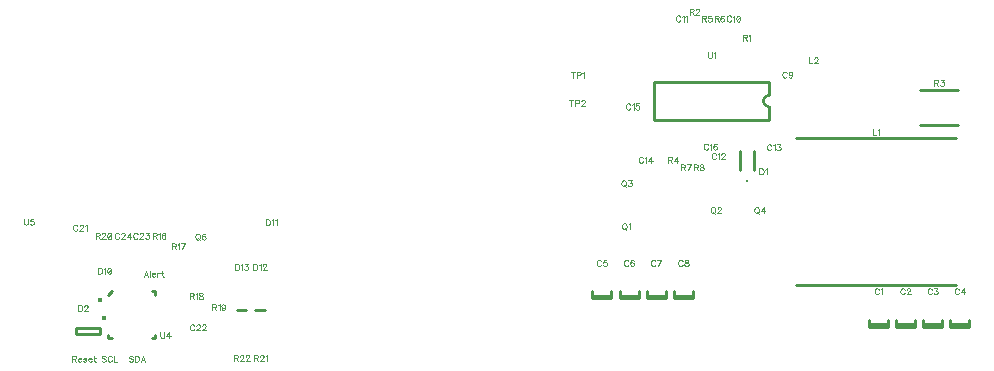
<source format=gbr>
G04 DipTrace 3.3.0.1*
G04 TopSilk.gbr*
%MOIN*%
G04 #@! TF.FileFunction,Legend,Top*
G04 #@! TF.Part,Single*
%ADD10C,0.009843*%
%ADD28C,0.009449*%
%ADD30C,0.015415*%
%ADD48O,0.016249X0.015383*%
%ADD122C,0.003088*%
%FSLAX26Y26*%
G04*
G70*
G90*
G75*
G01*
G04 TopSilk*
%LPD*%
X3474772Y860186D2*
D10*
X3411843D1*
X3474772Y852738D2*
X3411843D1*
X3474772D2*
Y876297D1*
X3411843Y852738D2*
Y876297D1*
X3565323Y860186D2*
X3502394D1*
X3565323Y852738D2*
X3502394D1*
X3565323D2*
Y876297D1*
X3502394Y852738D2*
Y876297D1*
X3655877Y860186D2*
X3592948D1*
X3655877Y852738D2*
X3592948D1*
X3655877D2*
Y876297D1*
X3592948Y852738D2*
Y876297D1*
X3746425Y860186D2*
X3683496D1*
X3746425Y852738D2*
X3683496D1*
X3746425D2*
Y876297D1*
X3683496Y852738D2*
Y876297D1*
X2553513Y954675D2*
X2490584D1*
X2553513Y947226D2*
X2490584D1*
X2553513D2*
Y970785D1*
X2490584Y947226D2*
Y970785D1*
X2644062Y954675D2*
X2581133D1*
X2644062Y947226D2*
X2581133D1*
X2644062D2*
Y970785D1*
X2581133Y947226D2*
Y970785D1*
X2734614Y954675D2*
X2671685D1*
X2734614Y947226D2*
X2671685D1*
X2734614D2*
Y970785D1*
X2671685Y947226D2*
Y970785D1*
X2825165Y954675D2*
X2762236D1*
X2825165Y947226D2*
X2762236D1*
X2825165D2*
Y970785D1*
X2762236Y947226D2*
Y970785D1*
X2982678Y1376323D2*
Y1439314D1*
X3029921Y1376323D2*
Y1439314D1*
D28*
X3006299Y1339315D3*
D30*
X861945Y883165D3*
X848821Y848764D2*
D10*
X770074D1*
Y829089D1*
X848821D1*
Y848764D1*
X1398031Y909793D2*
X1366535D1*
X1337008D2*
X1305512D1*
X3701208Y990501D2*
X3169658D1*
X3701208Y1482627D2*
X3169658D1*
X3583134Y1642108D2*
X3708992D1*
X3583134Y1523934D2*
X3708992D1*
X3080098Y1667808D2*
X2694311D1*
X3080098Y1541541D2*
X2694311D1*
Y1667808D2*
Y1541541D1*
X3080098Y1667808D2*
Y1624415D1*
Y1584934D2*
Y1541541D1*
Y1624415D2*
G03X3080098Y1584934I66J-19741D01*
G01*
X876270Y959081D2*
X888200Y970791D1*
X876270Y813361D2*
X888200D1*
X876270D2*
Y825071D1*
X1033899Y813361D2*
Y825071D1*
Y813361D2*
X1021968D1*
X1033899Y970791D2*
Y959081D1*
Y970791D2*
X1021968D1*
D48*
X849004Y941134D3*
X3444995Y975645D2*
D122*
X3444044Y977546D1*
X3442121Y979470D1*
X3440219Y980420D1*
X3436395D1*
X3434471Y979470D1*
X3432570Y977546D1*
X3431597Y975645D1*
X3430647Y972771D1*
Y967974D1*
X3431597Y965122D1*
X3432570Y963198D1*
X3434471Y961297D1*
X3436395Y960324D1*
X3440219D1*
X3442121Y961297D1*
X3444044Y963198D1*
X3444995Y965122D1*
X3451170Y976574D2*
X3453094Y977546D1*
X3455968Y980398D1*
Y960324D1*
X3531246Y975645D2*
X3530295Y977546D1*
X3528372Y979470D1*
X3526470Y980420D1*
X3522646D1*
X3520722Y979470D1*
X3518821Y977546D1*
X3517848Y975645D1*
X3516898Y972771D1*
Y967974D1*
X3517848Y965122D1*
X3518821Y963198D1*
X3520722Y961297D1*
X3522646Y960324D1*
X3526470D1*
X3528372Y961297D1*
X3530295Y963198D1*
X3531246Y965122D1*
X3538394Y975623D2*
Y976574D1*
X3539345Y978497D1*
X3540295Y979448D1*
X3542219Y980398D1*
X3546043D1*
X3547945Y979448D1*
X3548895Y978497D1*
X3549868Y976574D1*
Y974672D1*
X3548895Y972749D1*
X3546994Y969897D1*
X3537421Y960324D1*
X3550819D1*
X3621800Y975645D2*
X3620849Y977546D1*
X3618926Y979470D1*
X3617024Y980420D1*
X3613200D1*
X3611276Y979470D1*
X3609375Y977546D1*
X3608402Y975645D1*
X3607452Y972771D1*
Y967974D1*
X3608402Y965122D1*
X3609375Y963198D1*
X3611276Y961297D1*
X3613200Y960324D1*
X3617024D1*
X3618926Y961297D1*
X3620849Y963198D1*
X3621800Y965122D1*
X3629899Y980398D2*
X3640400D1*
X3634674Y972749D1*
X3637548D1*
X3639449Y971798D1*
X3640400Y970848D1*
X3641373Y967974D1*
Y966072D1*
X3640400Y963198D1*
X3638499Y961275D1*
X3635625Y960324D1*
X3632751D1*
X3629899Y961275D1*
X3628948Y962248D1*
X3627975Y964149D1*
X3711873Y975645D2*
X3710922Y977546D1*
X3708999Y979470D1*
X3707097Y980420D1*
X3703273D1*
X3701349Y979470D1*
X3699448Y977546D1*
X3698475Y975645D1*
X3697525Y972771D1*
Y967974D1*
X3698475Y965122D1*
X3699448Y963198D1*
X3701349Y961297D1*
X3703273Y960324D1*
X3707097D1*
X3708999Y961297D1*
X3710922Y963198D1*
X3711873Y965122D1*
X3727621Y960324D2*
Y980398D1*
X3718048Y967023D1*
X3732396D1*
X2519436Y1070133D2*
X2518485Y1072035D1*
X2516562Y1073958D1*
X2514661Y1074909D1*
X2510836D1*
X2508913Y1073958D1*
X2507011Y1072035D1*
X2506039Y1070133D1*
X2505088Y1067259D1*
Y1062462D1*
X2506039Y1059610D1*
X2507011Y1057687D1*
X2508913Y1055785D1*
X2510836Y1054813D1*
X2514661D1*
X2516562Y1055785D1*
X2518485Y1057687D1*
X2519436Y1059610D1*
X2537086Y1074887D2*
X2527535D1*
X2526584Y1066287D1*
X2527535Y1067237D1*
X2530409Y1068210D1*
X2533261D1*
X2536135Y1067237D1*
X2538058Y1065336D1*
X2539009Y1062462D1*
Y1060561D1*
X2538058Y1057687D1*
X2536135Y1055763D1*
X2533261Y1054813D1*
X2530409D1*
X2527535Y1055763D1*
X2526584Y1056736D1*
X2525612Y1058637D1*
X2610471Y1070133D2*
X2609520Y1072035D1*
X2607597Y1073958D1*
X2605696Y1074909D1*
X2601871D1*
X2599948Y1073958D1*
X2598046Y1072035D1*
X2597074Y1070133D1*
X2596123Y1067259D1*
Y1062462D1*
X2597074Y1059610D1*
X2598046Y1057687D1*
X2599948Y1055785D1*
X2601871Y1054813D1*
X2605696D1*
X2607597Y1055785D1*
X2609520Y1057687D1*
X2610471Y1059610D1*
X2628121Y1072035D2*
X2627170Y1073936D1*
X2624296Y1074887D1*
X2622395D1*
X2619521Y1073936D1*
X2617597Y1071062D1*
X2616647Y1066287D1*
Y1061511D1*
X2617597Y1057687D1*
X2619521Y1055763D1*
X2622395Y1054813D1*
X2623345D1*
X2626197Y1055763D1*
X2628121Y1057687D1*
X2629071Y1060561D1*
Y1061511D1*
X2628121Y1064385D1*
X2626197Y1066287D1*
X2623345Y1067237D1*
X2622395D1*
X2619521Y1066287D1*
X2617597Y1064385D1*
X2616647Y1061511D1*
X2700537Y1070133D2*
X2699586Y1072035D1*
X2697663Y1073958D1*
X2695762Y1074909D1*
X2691937D1*
X2690014Y1073958D1*
X2688112Y1072035D1*
X2687140Y1070133D1*
X2686189Y1067259D1*
Y1062462D1*
X2687140Y1059610D1*
X2688112Y1057687D1*
X2690014Y1055785D1*
X2691937Y1054813D1*
X2695762D1*
X2697663Y1055785D1*
X2699586Y1057687D1*
X2700537Y1059610D1*
X2710537Y1054813D2*
X2720110Y1074887D1*
X2706713D1*
X2791099Y1070133D2*
X2790149Y1072035D1*
X2788225Y1073958D1*
X2786324Y1074909D1*
X2782499D1*
X2780576Y1073958D1*
X2778675Y1072035D1*
X2777702Y1070133D1*
X2776751Y1067259D1*
Y1062462D1*
X2777702Y1059610D1*
X2778675Y1057687D1*
X2780576Y1055785D1*
X2782499Y1054813D1*
X2786324D1*
X2788225Y1055785D1*
X2790149Y1057687D1*
X2791099Y1059610D1*
X2802050Y1074887D2*
X2799198Y1073936D1*
X2798226Y1072035D1*
Y1070111D1*
X2799198Y1068210D1*
X2801100Y1067237D1*
X2804924Y1066287D1*
X2807798Y1065336D1*
X2809700Y1063413D1*
X2810650Y1061511D1*
Y1058637D1*
X2809700Y1056736D1*
X2808749Y1055763D1*
X2805875Y1054813D1*
X2802050D1*
X2799198Y1055763D1*
X2798226Y1056736D1*
X2797275Y1058637D1*
Y1061511D1*
X2798226Y1063413D1*
X2800149Y1065336D1*
X2803001Y1066287D1*
X2806826Y1067237D1*
X2808749Y1068210D1*
X2809700Y1070111D1*
Y1072035D1*
X2808749Y1073936D1*
X2805875Y1074887D1*
X2802050D1*
X3138020Y1698086D2*
X3137070Y1699987D1*
X3135146Y1701911D1*
X3133245Y1702861D1*
X3129420D1*
X3127497Y1701911D1*
X3125596Y1699987D1*
X3124623Y1698086D1*
X3123672Y1695212D1*
Y1690415D1*
X3124623Y1687563D1*
X3125596Y1685639D1*
X3127497Y1683738D1*
X3129420Y1682765D1*
X3133245D1*
X3135146Y1683738D1*
X3137070Y1685639D1*
X3138020Y1687563D1*
X3156643Y1696163D2*
X3155670Y1693289D1*
X3153769Y1691365D1*
X3150895Y1690415D1*
X3149944D1*
X3147070Y1691365D1*
X3145169Y1693289D1*
X3144196Y1696163D1*
Y1697113D1*
X3145169Y1699987D1*
X3147070Y1701889D1*
X3149944Y1702839D1*
X3150895D1*
X3153769Y1701889D1*
X3155670Y1699987D1*
X3156643Y1696163D1*
Y1691365D1*
X3155670Y1686590D1*
X3153769Y1683716D1*
X3150895Y1682765D1*
X3148993D1*
X3146119Y1683716D1*
X3145169Y1685639D1*
X2952925Y1885094D2*
X2951974Y1886995D1*
X2950051Y1888919D1*
X2948149Y1889869D1*
X2944325D1*
X2942401Y1888919D1*
X2940500Y1886995D1*
X2939527Y1885094D1*
X2938577Y1882220D1*
Y1877423D1*
X2939527Y1874571D1*
X2940500Y1872647D1*
X2942401Y1870746D1*
X2944325Y1869773D1*
X2948149D1*
X2950051Y1870746D1*
X2951974Y1872647D1*
X2952925Y1874571D1*
X2959100Y1886023D2*
X2961024Y1886995D1*
X2963898Y1889847D1*
Y1869773D1*
X2975821Y1889847D2*
X2972947Y1888897D1*
X2971024Y1886023D1*
X2970073Y1881247D1*
Y1878373D1*
X2971024Y1873598D1*
X2972947Y1870724D1*
X2975821Y1869773D1*
X2977723D1*
X2980597Y1870724D1*
X2982498Y1873598D1*
X2983471Y1878373D1*
Y1881247D1*
X2982498Y1886023D1*
X2980597Y1888897D1*
X2977723Y1889847D1*
X2975821D1*
X2982498Y1886023D2*
X2971024Y1873598D1*
X2783209Y1885094D2*
X2782258Y1886995D1*
X2780335Y1888919D1*
X2778433Y1889869D1*
X2774609D1*
X2772685Y1888919D1*
X2770784Y1886995D1*
X2769811Y1885094D1*
X2768861Y1882220D1*
Y1877423D1*
X2769811Y1874571D1*
X2770784Y1872647D1*
X2772685Y1870746D1*
X2774609Y1869773D1*
X2778433D1*
X2780335Y1870746D1*
X2782258Y1872647D1*
X2783209Y1874571D1*
X2789384Y1886023D2*
X2791308Y1886995D1*
X2794182Y1889847D1*
Y1869773D1*
X2800358Y1886023D2*
X2802281Y1886995D1*
X2805155Y1889847D1*
Y1869773D1*
X2902137Y1426433D2*
X2901187Y1428334D1*
X2899263Y1430257D1*
X2897362Y1431208D1*
X2893537D1*
X2891614Y1430257D1*
X2889713Y1428334D1*
X2888740Y1426433D1*
X2887789Y1423559D1*
Y1418761D1*
X2888740Y1415909D1*
X2889713Y1413986D1*
X2891614Y1412085D1*
X2893537Y1411112D1*
X2897362D1*
X2899263Y1412085D1*
X2901187Y1413986D1*
X2902137Y1415909D1*
X2908313Y1427361D2*
X2910236Y1428334D1*
X2913110Y1431186D1*
Y1411112D1*
X2920259Y1426410D2*
Y1427361D1*
X2921209Y1429284D1*
X2922160Y1430235D1*
X2924083Y1431186D1*
X2927908D1*
X2929809Y1430235D1*
X2930760Y1429284D1*
X2931733Y1427361D1*
Y1425460D1*
X2930760Y1423536D1*
X2928859Y1420685D1*
X2919286Y1411112D1*
X2932683D1*
X3086783Y1455960D2*
X3085832Y1457861D1*
X3083909Y1459785D1*
X3082008Y1460735D1*
X3078183D1*
X3076259Y1459785D1*
X3074358Y1457861D1*
X3073385Y1455960D1*
X3072435Y1453086D1*
Y1448289D1*
X3073385Y1445437D1*
X3074358Y1443513D1*
X3076259Y1441612D1*
X3078183Y1440639D1*
X3082008D1*
X3083909Y1441612D1*
X3085832Y1443513D1*
X3086783Y1445437D1*
X3092959Y1456889D2*
X3094882Y1457861D1*
X3097756Y1460713D1*
Y1440639D1*
X3105855Y1460713D2*
X3116356D1*
X3110630Y1453064D1*
X3113504D1*
X3115406Y1452113D1*
X3116356Y1451163D1*
X3117329Y1448289D1*
Y1446387D1*
X3116356Y1443513D1*
X3114455Y1441590D1*
X3111581Y1440639D1*
X3108707D1*
X3105855Y1441590D1*
X3104904Y1442563D1*
X3103932Y1444464D1*
X2659142Y1414622D2*
X2658192Y1416523D1*
X2656268Y1418446D1*
X2654367Y1419397D1*
X2650542D1*
X2648619Y1418446D1*
X2646718Y1416523D1*
X2645745Y1414622D1*
X2644794Y1411748D1*
Y1406950D1*
X2645745Y1404098D1*
X2646718Y1402175D1*
X2648619Y1400274D1*
X2650542Y1399301D1*
X2654367D1*
X2656268Y1400274D1*
X2658192Y1402175D1*
X2659142Y1404098D1*
X2665318Y1415550D2*
X2667241Y1416523D1*
X2670115Y1419375D1*
Y1399301D1*
X2685864D2*
Y1419375D1*
X2676291Y1406000D1*
X2690639D1*
X2616704Y1591787D2*
X2615753Y1593688D1*
X2613830Y1595612D1*
X2611929Y1596562D1*
X2608104D1*
X2606181Y1595612D1*
X2604279Y1593688D1*
X2603307Y1591787D1*
X2602356Y1588913D1*
Y1584115D1*
X2603307Y1581264D1*
X2604279Y1579340D1*
X2606181Y1577439D1*
X2608104Y1576466D1*
X2611929D1*
X2613830Y1577439D1*
X2615753Y1579340D1*
X2616704Y1581264D1*
X2622880Y1592715D2*
X2624803Y1593688D1*
X2627677Y1596540D1*
Y1576466D1*
X2645327Y1596540D2*
X2635776D1*
X2634826Y1587940D1*
X2635776Y1588891D1*
X2638650Y1589864D1*
X2641502D1*
X2644376Y1588891D1*
X2646300Y1586990D1*
X2647250Y1584115D1*
Y1582214D1*
X2646300Y1579340D1*
X2644376Y1577417D1*
X2641502Y1576466D1*
X2638650D1*
X2635776Y1577417D1*
X2634826Y1578390D1*
X2633853Y1580291D1*
X2876246Y1458125D2*
X2875295Y1460027D1*
X2873372Y1461950D1*
X2871470Y1462901D1*
X2867646D1*
X2865722Y1461950D1*
X2863821Y1460027D1*
X2862848Y1458125D1*
X2861898Y1455251D1*
Y1450454D1*
X2862848Y1447602D1*
X2863821Y1445679D1*
X2865722Y1443778D1*
X2867646Y1442805D1*
X2871470D1*
X2873372Y1443778D1*
X2875295Y1445679D1*
X2876246Y1447602D1*
X2882421Y1459054D2*
X2884345Y1460027D1*
X2887219Y1462879D1*
Y1442805D1*
X2904868Y1460027D2*
X2903918Y1461928D1*
X2901044Y1462879D1*
X2899142D1*
X2896268Y1461928D1*
X2894345Y1459054D1*
X2893394Y1454279D1*
Y1449503D1*
X2894345Y1445679D1*
X2896268Y1443755D1*
X2899142Y1442805D1*
X2900093D1*
X2902945Y1443755D1*
X2904868Y1445679D1*
X2905819Y1448553D1*
Y1449503D1*
X2904868Y1452377D1*
X2902945Y1454279D1*
X2900093Y1455229D1*
X2899142D1*
X2896268Y1454279D1*
X2894345Y1452377D1*
X2893394Y1449503D1*
X773791Y1188244D2*
X772840Y1190145D1*
X770917Y1192068D1*
X769015Y1193019D1*
X765191D1*
X763267Y1192068D1*
X761366Y1190145D1*
X760393Y1188244D1*
X759443Y1185370D1*
Y1180572D1*
X760393Y1177720D1*
X761366Y1175797D1*
X763267Y1173896D1*
X765191Y1172923D1*
X769015D1*
X770917Y1173896D1*
X772840Y1175797D1*
X773791Y1177720D1*
X780939Y1188221D2*
Y1189172D1*
X781890Y1191096D1*
X782840Y1192046D1*
X784764Y1192997D1*
X788588D1*
X790490Y1192046D1*
X791440Y1191096D1*
X792413Y1189172D1*
Y1187271D1*
X791440Y1185347D1*
X789539Y1182496D1*
X779966Y1172923D1*
X793364D1*
X799539Y1189172D2*
X801463Y1190145D1*
X804337Y1192997D1*
Y1172923D1*
X1163192Y855566D2*
X1162241Y857468D1*
X1160317Y859391D1*
X1158416Y860342D1*
X1154592D1*
X1152668Y859391D1*
X1150767Y857468D1*
X1149794Y855566D1*
X1148844Y852692D1*
Y847895D1*
X1149794Y845043D1*
X1150767Y843120D1*
X1152668Y841218D1*
X1154592Y840246D1*
X1158416D1*
X1160317Y841218D1*
X1162241Y843120D1*
X1163192Y845043D1*
X1170340Y855544D2*
Y856495D1*
X1171291Y858418D1*
X1172241Y859369D1*
X1174165Y860320D1*
X1177989D1*
X1179891Y859369D1*
X1180841Y858418D1*
X1181814Y856495D1*
Y854594D1*
X1180841Y852670D1*
X1178940Y849818D1*
X1169367Y840246D1*
X1182765D1*
X1189913Y855544D2*
Y856495D1*
X1190864Y858418D1*
X1191814Y859369D1*
X1193738Y860320D1*
X1197562D1*
X1199464Y859369D1*
X1200414Y858418D1*
X1201387Y856495D1*
Y854594D1*
X1200414Y852670D1*
X1198513Y849818D1*
X1188940Y840246D1*
X1202338D1*
X974215Y1160685D2*
X973264Y1162586D1*
X971341Y1164509D1*
X969440Y1165460D1*
X965615D1*
X963692Y1164509D1*
X961791Y1162586D1*
X960818Y1160685D1*
X959867Y1157811D1*
Y1153013D1*
X960818Y1150161D1*
X961791Y1148238D1*
X963692Y1146337D1*
X965615Y1145364D1*
X969440D1*
X971341Y1146337D1*
X973264Y1148238D1*
X974215Y1150161D1*
X981364Y1160662D2*
Y1161613D1*
X982314Y1163536D1*
X983265Y1164487D1*
X985188Y1165438D1*
X989013D1*
X990914Y1164487D1*
X991865Y1163536D1*
X992838Y1161613D1*
Y1159712D1*
X991865Y1157788D1*
X989964Y1154937D1*
X980391Y1145364D1*
X993788D1*
X1001887Y1165438D2*
X1012388D1*
X1006663Y1157788D1*
X1009537D1*
X1011438Y1156838D1*
X1012388Y1155887D1*
X1013361Y1153013D1*
Y1151112D1*
X1012388Y1148238D1*
X1010487Y1146314D1*
X1007613Y1145364D1*
X1004739D1*
X1001887Y1146314D1*
X1000937Y1147287D1*
X999964Y1149188D1*
X912716Y1160685D2*
X911766Y1162586D1*
X909842Y1164509D1*
X907941Y1165460D1*
X904116D1*
X902193Y1164509D1*
X900292Y1162586D1*
X899319Y1160685D1*
X898368Y1157811D1*
Y1153013D1*
X899319Y1150161D1*
X900292Y1148238D1*
X902193Y1146337D1*
X904116Y1145364D1*
X907941D1*
X909842Y1146337D1*
X911766Y1148238D1*
X912716Y1150161D1*
X919865Y1160662D2*
Y1161613D1*
X920815Y1163536D1*
X921766Y1164487D1*
X923689Y1165438D1*
X927514D1*
X929415Y1164487D1*
X930366Y1163536D1*
X931339Y1161613D1*
Y1159712D1*
X930366Y1157788D1*
X928465Y1154937D1*
X918892Y1145364D1*
X932289D1*
X948038D2*
Y1165438D1*
X938465Y1152062D1*
X952813D1*
X3047264Y1380027D2*
Y1359931D1*
X3053962D1*
X3056836Y1360904D1*
X3058760Y1362805D1*
X3059710Y1364728D1*
X3060661Y1367580D1*
Y1372377D1*
X3059710Y1375251D1*
X3058760Y1377153D1*
X3056836Y1379076D1*
X3053962Y1380027D1*
X3047264D1*
X3066837Y1376180D2*
X3068760Y1377153D1*
X3071634Y1380005D1*
Y1359931D1*
X775819Y924318D2*
Y904222D1*
X782518D1*
X785392Y905195D1*
X787315Y907096D1*
X788266Y909019D1*
X789217Y911871D1*
Y916669D1*
X788266Y919543D1*
X787315Y921444D1*
X785392Y923367D1*
X782518Y924318D1*
X775819D1*
X796365Y919521D2*
Y920471D1*
X797316Y922395D1*
X798266Y923345D1*
X800190Y924296D1*
X804014D1*
X805916Y923345D1*
X806866Y922395D1*
X807839Y920471D1*
Y918570D1*
X806866Y916647D1*
X804965Y913795D1*
X795392Y904222D1*
X808790D1*
X842595Y1049318D2*
Y1029222D1*
X849294D1*
X852168Y1030195D1*
X854091Y1032096D1*
X855042Y1034019D1*
X855993Y1036871D1*
Y1041669D1*
X855042Y1044543D1*
X854091Y1046444D1*
X852168Y1048367D1*
X849294Y1049318D1*
X842595D1*
X862168Y1045471D2*
X864092Y1046444D1*
X866966Y1049296D1*
Y1029222D1*
X878889Y1049296D2*
X876015Y1048345D1*
X874092Y1045471D1*
X873141Y1040696D1*
Y1037822D1*
X874092Y1033047D1*
X876015Y1030173D1*
X878889Y1029222D1*
X880791D1*
X883665Y1030173D1*
X885566Y1033047D1*
X886539Y1037822D1*
Y1040696D1*
X885566Y1045471D1*
X883665Y1048345D1*
X880791Y1049296D1*
X878889D1*
X885566Y1045471D2*
X874092Y1033047D1*
X1402013Y1210735D2*
Y1190639D1*
X1408712D1*
X1411586Y1191612D1*
X1413509Y1193513D1*
X1414460Y1195437D1*
X1415411Y1198289D1*
Y1203086D1*
X1414460Y1205960D1*
X1413509Y1207861D1*
X1411586Y1209785D1*
X1408712Y1210735D1*
X1402013D1*
X1421586Y1206889D2*
X1423510Y1207861D1*
X1426384Y1210713D1*
Y1190639D1*
X1432559Y1206889D2*
X1434483Y1207861D1*
X1437357Y1210713D1*
Y1190639D1*
X1360312Y1061129D2*
Y1041033D1*
X1367010D1*
X1369884Y1042006D1*
X1371808Y1043907D1*
X1372758Y1045831D1*
X1373709Y1048682D1*
Y1053480D1*
X1372758Y1056354D1*
X1371808Y1058255D1*
X1369884Y1060178D1*
X1367010Y1061129D1*
X1360312D1*
X1379885Y1057282D2*
X1381808Y1058255D1*
X1384682Y1061107D1*
Y1041033D1*
X1391831Y1056332D2*
Y1057282D1*
X1392781Y1059206D1*
X1393732Y1060156D1*
X1395655Y1061107D1*
X1399480D1*
X1401381Y1060156D1*
X1402332Y1059206D1*
X1403305Y1057282D1*
Y1055381D1*
X1402332Y1053458D1*
X1400431Y1050606D1*
X1390858Y1041033D1*
X1404255D1*
X1299288Y1061129D2*
Y1041033D1*
X1305987D1*
X1308861Y1042006D1*
X1310784Y1043907D1*
X1311735Y1045831D1*
X1312685Y1048682D1*
Y1053480D1*
X1311735Y1056354D1*
X1310784Y1058255D1*
X1308861Y1060178D1*
X1305987Y1061129D1*
X1299288D1*
X1318861Y1057282D2*
X1320785Y1058255D1*
X1323659Y1061107D1*
Y1041033D1*
X1331758Y1061107D2*
X1342259D1*
X1336533Y1053458D1*
X1339407D1*
X1341308Y1052507D1*
X1342259Y1051556D1*
X1343232Y1048682D1*
Y1046781D1*
X1342259Y1043907D1*
X1340358Y1041984D1*
X1337484Y1041033D1*
X1334610D1*
X1331758Y1041984D1*
X1330807Y1042957D1*
X1329834Y1044858D1*
X3424210Y1511917D2*
Y1491821D1*
X3435684D1*
X3441859Y1508070D2*
X3443783Y1509043D1*
X3446657Y1511894D1*
Y1491821D1*
X3211248Y1750106D2*
Y1730010D1*
X3222722D1*
X3229871Y1745308D2*
Y1746259D1*
X3230821Y1748182D1*
X3231772Y1749133D1*
X3233695Y1750083D1*
X3237520D1*
X3239421Y1749133D1*
X3240372Y1748182D1*
X3241345Y1746259D1*
Y1744357D1*
X3240372Y1742434D1*
X3238470Y1739582D1*
X3228898Y1730010D1*
X3242295D1*
X2595062Y1197074D2*
X2593160Y1196145D1*
X2591237Y1194222D1*
X2590286Y1192299D1*
X2589314Y1189425D1*
Y1184649D1*
X2590286Y1181775D1*
X2591237Y1179874D1*
X2593160Y1177951D1*
X2595062Y1177000D1*
X2598886D1*
X2600810Y1177951D1*
X2602711Y1179874D1*
X2603662Y1181775D1*
X2604634Y1184649D1*
Y1189425D1*
X2603662Y1192299D1*
X2602711Y1194222D1*
X2600810Y1196145D1*
X2598886Y1197074D1*
X2595062D1*
X2597936Y1180825D2*
X2603662Y1175077D1*
X2610810Y1193227D2*
X2612734Y1194200D1*
X2615608Y1197052D1*
Y1176978D1*
X2890674Y1251287D2*
X2888773Y1250358D1*
X2886849Y1248435D1*
X2885899Y1246511D1*
X2884926Y1243637D1*
Y1238862D1*
X2885899Y1235988D1*
X2886849Y1234087D1*
X2888773Y1232163D1*
X2890674Y1231213D1*
X2894499D1*
X2896422Y1232163D1*
X2898323Y1234087D1*
X2899274Y1235988D1*
X2900247Y1238862D1*
Y1243637D1*
X2899274Y1246511D1*
X2898323Y1248435D1*
X2896422Y1250358D1*
X2894499Y1251287D1*
X2890674D1*
X2893548Y1235037D2*
X2899274Y1229289D1*
X2907395Y1246489D2*
Y1247440D1*
X2908346Y1249363D1*
X2909296Y1250314D1*
X2911220Y1251264D1*
X2915044D1*
X2916946Y1250314D1*
X2917896Y1249363D1*
X2918869Y1247440D1*
Y1245539D1*
X2917896Y1243615D1*
X2915995Y1240763D1*
X2906422Y1231191D1*
X2919820D1*
X2592730Y1340775D2*
X2590829Y1339846D1*
X2588906Y1337923D1*
X2587955Y1336000D1*
X2586982Y1333125D1*
Y1328350D1*
X2587955Y1325476D1*
X2588906Y1323575D1*
X2590829Y1321652D1*
X2592730Y1320701D1*
X2596555D1*
X2598478Y1321652D1*
X2600380Y1323575D1*
X2601330Y1325476D1*
X2602303Y1328350D1*
Y1333125D1*
X2601330Y1336000D1*
X2600380Y1337923D1*
X2598478Y1339846D1*
X2596555Y1340775D1*
X2592730D1*
X2595604Y1324526D2*
X2601330Y1318778D1*
X2610402Y1340753D2*
X2620903D1*
X2615177Y1333103D1*
X2618051D1*
X2619953Y1332153D1*
X2620903Y1331202D1*
X2621876Y1328328D1*
Y1326427D1*
X2620903Y1323553D1*
X2619002Y1321629D1*
X2616128Y1320679D1*
X2613254D1*
X2610402Y1321629D1*
X2609451Y1322602D1*
X2608479Y1324503D1*
X3035868Y1251287D2*
X3033967Y1250358D1*
X3032043Y1248435D1*
X3031093Y1246511D1*
X3030120Y1243637D1*
Y1238862D1*
X3031093Y1235988D1*
X3032043Y1234087D1*
X3033967Y1232163D1*
X3035868Y1231213D1*
X3039692D1*
X3041616Y1232163D1*
X3043517Y1234087D1*
X3044468Y1235988D1*
X3045441Y1238862D1*
Y1243637D1*
X3044468Y1246511D1*
X3043517Y1248435D1*
X3041616Y1250358D1*
X3039692Y1251287D1*
X3035868D1*
X3038742Y1235037D2*
X3044468Y1229289D1*
X3061189Y1231191D2*
Y1251264D1*
X3051616Y1237889D1*
X3065964D1*
X1172547Y1162801D2*
X1170646Y1161873D1*
X1168723Y1159949D1*
X1167772Y1158026D1*
X1166799Y1155152D1*
Y1150376D1*
X1167772Y1147502D1*
X1168723Y1145601D1*
X1170646Y1143678D1*
X1172547Y1142727D1*
X1176372D1*
X1178295Y1143678D1*
X1180197Y1145601D1*
X1181147Y1147502D1*
X1182120Y1150376D1*
Y1155152D1*
X1181147Y1158026D1*
X1180197Y1159949D1*
X1178295Y1161873D1*
X1176372Y1162801D1*
X1172547D1*
X1175421Y1146552D2*
X1181147Y1140804D1*
X1199770Y1159927D2*
X1198819Y1161828D1*
X1195945Y1162779D1*
X1194044D1*
X1191170Y1161828D1*
X1189246Y1158954D1*
X1188296Y1154179D1*
Y1149404D1*
X1189246Y1145579D1*
X1191170Y1143656D1*
X1194044Y1142705D1*
X1194994D1*
X1197846Y1143656D1*
X1199770Y1145579D1*
X1200720Y1148453D1*
Y1149404D1*
X1199770Y1152278D1*
X1197846Y1154179D1*
X1194994Y1155130D1*
X1194044D1*
X1191170Y1154179D1*
X1189246Y1152278D1*
X1188296Y1149404D1*
X2992145Y1816714D2*
X3000745D1*
X3003619Y1817687D1*
X3004592Y1818637D1*
X3005543Y1820539D1*
Y1822462D1*
X3004592Y1824363D1*
X3003619Y1825336D1*
X3000745Y1826287D1*
X2992145D1*
Y1806191D1*
X2998844Y1816714D2*
X3005543Y1806191D1*
X3011719Y1822440D2*
X3013642Y1823413D1*
X3016516Y1826264D1*
Y1806191D1*
X2814223Y1902738D2*
X2822823D1*
X2825697Y1903710D1*
X2826670Y1904661D1*
X2827621Y1906562D1*
Y1908486D1*
X2826670Y1910387D1*
X2825697Y1911360D1*
X2822823Y1912310D1*
X2814223D1*
Y1892214D1*
X2820922Y1902738D2*
X2827621Y1892214D1*
X2834769Y1907513D2*
Y1908463D1*
X2835720Y1910387D1*
X2836671Y1911337D1*
X2838594Y1912288D1*
X2842419D1*
X2844320Y1911337D1*
X2845270Y1910387D1*
X2846243Y1908463D1*
Y1906562D1*
X2845270Y1904639D1*
X2843369Y1901787D1*
X2833797Y1892214D1*
X2847194D1*
X3629578Y1665730D2*
X3638178D1*
X3641052Y1666702D1*
X3642025Y1667653D1*
X3642975Y1669554D1*
Y1671478D1*
X3642025Y1673379D1*
X3641052Y1674352D1*
X3638178Y1675302D1*
X3629578D1*
Y1655206D1*
X3636276Y1665730D2*
X3642975Y1655206D1*
X3651074Y1675280D2*
X3661575D1*
X3655850Y1667631D1*
X3658724D1*
X3660625Y1666680D1*
X3661575Y1665730D1*
X3662548Y1662856D1*
Y1660954D1*
X3661575Y1658080D1*
X3659674Y1656157D1*
X3656800Y1655206D1*
X3653926D1*
X3651074Y1656157D1*
X3650124Y1657130D1*
X3649151Y1659031D1*
X2743276Y1409824D2*
X2751876D1*
X2754750Y1410797D1*
X2755722Y1411748D1*
X2756673Y1413649D1*
Y1415572D1*
X2755722Y1417473D1*
X2754750Y1418446D1*
X2751876Y1419397D1*
X2743276D1*
Y1399301D1*
X2749974Y1409824D2*
X2756673Y1399301D1*
X2772421D2*
Y1419375D1*
X2762849Y1406000D1*
X2777197D1*
X2855562Y1879903D2*
X2864162D1*
X2867036Y1880876D1*
X2868009Y1881826D1*
X2868959Y1883728D1*
Y1885651D1*
X2868009Y1887552D1*
X2867036Y1888525D1*
X2864162Y1889476D1*
X2855562D1*
Y1869380D1*
X2862261Y1879903D2*
X2868959Y1869380D1*
X2886609Y1889453D2*
X2877058D1*
X2876108Y1880854D1*
X2877058Y1881804D1*
X2879932Y1882777D1*
X2882784D1*
X2885658Y1881804D1*
X2887582Y1879903D1*
X2888532Y1877029D1*
Y1875128D1*
X2887582Y1872254D1*
X2885658Y1870330D1*
X2882784Y1869380D1*
X2879932D1*
X2877058Y1870330D1*
X2876108Y1871303D1*
X2875135Y1873204D1*
X2897387Y1879903D2*
X2905987D1*
X2908861Y1880876D1*
X2909834Y1881826D1*
X2910784Y1883728D1*
Y1885651D1*
X2909834Y1887552D1*
X2908861Y1888525D1*
X2905987Y1889476D1*
X2897387D1*
Y1869380D1*
X2904086Y1879903D2*
X2910784Y1869380D1*
X2928434Y1886602D2*
X2927483Y1888503D1*
X2924609Y1889453D1*
X2922708D1*
X2919834Y1888503D1*
X2917911Y1885629D1*
X2916960Y1880854D1*
Y1876078D1*
X2917911Y1872254D1*
X2919834Y1870330D1*
X2922708Y1869380D1*
X2923659D1*
X2926511Y1870330D1*
X2928434Y1872254D1*
X2929385Y1875128D1*
Y1876078D1*
X2928434Y1878952D1*
X2926511Y1880854D1*
X2923659Y1881804D1*
X2922708D1*
X2919834Y1880854D1*
X2917911Y1878952D1*
X2916960Y1876078D1*
X2785090Y1384430D2*
X2793690D1*
X2796564Y1385403D1*
X2797536Y1386354D1*
X2798487Y1388255D1*
Y1390178D1*
X2797536Y1392080D1*
X2796564Y1393053D1*
X2793690Y1394003D1*
X2785090D1*
Y1373907D1*
X2791788Y1384430D2*
X2798487Y1373907D1*
X2808487D2*
X2818060Y1393981D1*
X2804663D1*
X2828408Y1384430D2*
X2837008D1*
X2839882Y1385403D1*
X2840854Y1386354D1*
X2841805Y1388255D1*
Y1390178D1*
X2840854Y1392080D1*
X2839882Y1393053D1*
X2837008Y1394003D1*
X2828408D1*
Y1373907D1*
X2835106Y1384430D2*
X2841805Y1373907D1*
X2852756Y1393981D2*
X2849904Y1393030D1*
X2848931Y1391129D1*
Y1389206D1*
X2849904Y1387304D1*
X2851805Y1386332D1*
X2855630Y1385381D1*
X2858504Y1384430D1*
X2860405Y1382507D1*
X2861356Y1380606D1*
Y1377732D1*
X2860405Y1375831D1*
X2859455Y1374858D1*
X2856581Y1373907D1*
X2852756D1*
X2849904Y1374858D1*
X2848931Y1375831D1*
X2847981Y1377732D1*
Y1380606D1*
X2848931Y1382507D1*
X2850855Y1384430D1*
X2853707Y1385381D1*
X2857531Y1386332D1*
X2859455Y1387304D1*
X2860405Y1389206D1*
Y1391129D1*
X2859455Y1393030D1*
X2856581Y1393981D1*
X2852756D1*
X1024184Y1155887D2*
X1032784D1*
X1035658Y1156860D1*
X1036631Y1157811D1*
X1037581Y1159712D1*
Y1161635D1*
X1036631Y1163536D1*
X1035658Y1164509D1*
X1032784Y1165460D1*
X1024184D1*
Y1145364D1*
X1030883Y1155887D2*
X1037581Y1145364D1*
X1043757Y1161613D2*
X1045680Y1162586D1*
X1048554Y1165438D1*
Y1145364D1*
X1066204Y1162586D2*
X1065253Y1164487D1*
X1062379Y1165438D1*
X1060478D1*
X1057604Y1164487D1*
X1055681Y1161613D1*
X1054730Y1156838D1*
Y1152062D1*
X1055681Y1148238D1*
X1057604Y1146314D1*
X1060478Y1145364D1*
X1061429D1*
X1064281Y1146314D1*
X1066204Y1148238D1*
X1067155Y1151112D1*
Y1152062D1*
X1066204Y1154937D1*
X1064281Y1156838D1*
X1061429Y1157788D1*
X1060478D1*
X1057604Y1156838D1*
X1055681Y1154937D1*
X1054730Y1152062D1*
X1088658Y1120454D2*
X1097258D1*
X1100132Y1121427D1*
X1101105Y1122377D1*
X1102056Y1124279D1*
Y1126202D1*
X1101105Y1128103D1*
X1100132Y1129076D1*
X1097258Y1130027D1*
X1088658D1*
Y1109931D1*
X1095357Y1120454D2*
X1102056Y1109931D1*
X1108231Y1126180D2*
X1110155Y1127153D1*
X1113029Y1130005D1*
Y1109931D1*
X1123029D2*
X1132602Y1130005D1*
X1119204D1*
X1147724Y955100D2*
X1156324D1*
X1159198Y956072D1*
X1160171Y957023D1*
X1161122Y958924D1*
Y960848D1*
X1160171Y962749D1*
X1159198Y963722D1*
X1156324Y964672D1*
X1147724D1*
Y944576D1*
X1154423Y955100D2*
X1161122Y944576D1*
X1167297Y960826D2*
X1169221Y961798D1*
X1172095Y964650D1*
Y944576D1*
X1183046Y964650D2*
X1180194Y963700D1*
X1179221Y961798D1*
Y959875D1*
X1180194Y957974D1*
X1182095Y957001D1*
X1185920Y956050D1*
X1188794Y955100D1*
X1190695Y953176D1*
X1191646Y951275D1*
Y948401D1*
X1190695Y946500D1*
X1189744Y945527D1*
X1186870Y944576D1*
X1183046D1*
X1180194Y945527D1*
X1179221Y946500D1*
X1178270Y948401D1*
Y951275D1*
X1179221Y953176D1*
X1181145Y955100D1*
X1183996Y956050D1*
X1187821Y957001D1*
X1189744Y957974D1*
X1190695Y959875D1*
Y961798D1*
X1189744Y963700D1*
X1186870Y964650D1*
X1183046D1*
X1222992Y917698D2*
X1231592D1*
X1234466Y918671D1*
X1235438Y919622D1*
X1236389Y921523D1*
Y923446D1*
X1235438Y925347D1*
X1234466Y926320D1*
X1231592Y927271D1*
X1222992D1*
Y907175D1*
X1229690Y917698D2*
X1236389Y907175D1*
X1242565Y923424D2*
X1244488Y924397D1*
X1247362Y927249D1*
Y907175D1*
X1265985Y920572D2*
X1265012Y917698D1*
X1263111Y915775D1*
X1260237Y914824D1*
X1259286D1*
X1256412Y915775D1*
X1254511Y917698D1*
X1253538Y920572D1*
Y921523D1*
X1254511Y924397D1*
X1256412Y926298D1*
X1259286Y927249D1*
X1260237D1*
X1263111Y926298D1*
X1265012Y924397D1*
X1265985Y920572D1*
Y915775D1*
X1265012Y911000D1*
X1263111Y908125D1*
X1260237Y907175D1*
X1258335D1*
X1255461Y908125D1*
X1254511Y910049D1*
X834358Y1155887D2*
X842958D1*
X845832Y1156860D1*
X846805Y1157811D1*
X847756Y1159712D1*
Y1161635D1*
X846805Y1163536D1*
X845832Y1164509D1*
X842958Y1165460D1*
X834358D1*
Y1145364D1*
X841057Y1155887D2*
X847756Y1145364D1*
X854904Y1160662D2*
Y1161613D1*
X855855Y1163536D1*
X856805Y1164487D1*
X858729Y1165438D1*
X862553D1*
X864455Y1164487D1*
X865405Y1163536D1*
X866378Y1161613D1*
Y1159712D1*
X865405Y1157788D1*
X863504Y1154937D1*
X853931Y1145364D1*
X867329D1*
X879252Y1165438D2*
X876378Y1164487D1*
X874455Y1161613D1*
X873504Y1156838D1*
Y1153964D1*
X874455Y1149188D1*
X876378Y1146314D1*
X879252Y1145364D1*
X881154D1*
X884028Y1146314D1*
X885929Y1149188D1*
X886902Y1153964D1*
Y1156838D1*
X885929Y1161613D1*
X884028Y1164487D1*
X881154Y1165438D1*
X879252D1*
X885929Y1161613D2*
X874455Y1149188D1*
X1362280Y748407D2*
X1370880D1*
X1373754Y749380D1*
X1374727Y750330D1*
X1375678Y752231D1*
Y754155D1*
X1374727Y756056D1*
X1373754Y757029D1*
X1370880Y757980D1*
X1362280D1*
Y737884D1*
X1368979Y748407D2*
X1375678Y737884D1*
X1382826Y753182D2*
Y754133D1*
X1383777Y756056D1*
X1384727Y757007D1*
X1386651Y757957D1*
X1390475D1*
X1392377Y757007D1*
X1393327Y756056D1*
X1394300Y754133D1*
Y752231D1*
X1393327Y750308D1*
X1391426Y747456D1*
X1381853Y737884D1*
X1395251D1*
X1401426Y754133D2*
X1403350Y755106D1*
X1406224Y757957D1*
Y737884D1*
X1294988Y748407D2*
X1303588D1*
X1306462Y749380D1*
X1307435Y750330D1*
X1308385Y752231D1*
Y754155D1*
X1307435Y756056D1*
X1306462Y757029D1*
X1303588Y757980D1*
X1294988D1*
Y737884D1*
X1301687Y748407D2*
X1308385Y737884D1*
X1315534Y753182D2*
Y754133D1*
X1316485Y756056D1*
X1317435Y757007D1*
X1319359Y757957D1*
X1323183D1*
X1325084Y757007D1*
X1326035Y756056D1*
X1327008Y754133D1*
Y752231D1*
X1326035Y750308D1*
X1324134Y747456D1*
X1314561Y737884D1*
X1327959D1*
X1335107Y753182D2*
Y754133D1*
X1336058Y756056D1*
X1337008Y757007D1*
X1338932Y757957D1*
X1342756D1*
X1344658Y757007D1*
X1345608Y756056D1*
X1346581Y754133D1*
Y752231D1*
X1345608Y750308D1*
X1343707Y747456D1*
X1334134Y737884D1*
X1347532D1*
X2424541Y1702025D2*
Y1681929D1*
X2417842Y1702025D2*
X2431239D1*
X2437415Y1691502D2*
X2446037D1*
X2448889Y1692453D1*
X2449862Y1693426D1*
X2450812Y1695327D1*
Y1698201D1*
X2449862Y1700102D1*
X2448889Y1701075D1*
X2446037Y1702025D1*
X2437415D1*
Y1681929D1*
X2456988Y1698179D2*
X2458911Y1699151D1*
X2461785Y1702003D1*
Y1681929D1*
X2420239Y1608275D2*
Y1588179D1*
X2413541Y1608275D2*
X2426938D1*
X2433114Y1597751D2*
X2441736D1*
X2444588Y1598702D1*
X2445560Y1599675D1*
X2446511Y1601576D1*
Y1604450D1*
X2445560Y1606351D1*
X2444588Y1607324D1*
X2441736Y1608275D1*
X2433114D1*
Y1588179D1*
X2453659Y1603477D2*
Y1604428D1*
X2454610Y1606351D1*
X2455561Y1607302D1*
X2457484Y1608253D1*
X2461309D1*
X2463210Y1607302D1*
X2464161Y1606351D1*
X2465133Y1604428D1*
Y1602527D1*
X2464161Y1600603D1*
X2462259Y1597751D1*
X2452687Y1588179D1*
X2466084D1*
X756059Y746438D2*
X764659D1*
X767533Y747411D1*
X768506Y748362D1*
X769456Y750263D1*
Y752186D1*
X768506Y754088D1*
X767533Y755060D1*
X764659Y756011D1*
X756059D1*
Y735915D1*
X762758Y746438D2*
X769456Y735915D1*
X775632Y743564D2*
X787106D1*
Y745488D1*
X786155Y747411D1*
X785205Y748362D1*
X783281Y749312D1*
X780407D1*
X778506Y748362D1*
X776583Y746438D1*
X775632Y743564D1*
Y741663D1*
X776583Y738789D1*
X778506Y736888D1*
X780407Y735915D1*
X783281D1*
X785205Y736888D1*
X787106Y738789D1*
X803805Y746438D2*
X802854Y748362D1*
X799980Y749312D1*
X797106D1*
X794232Y748362D1*
X793282Y746438D1*
X794232Y744537D1*
X796156Y743564D1*
X800931Y742614D1*
X802854Y741663D1*
X803805Y739740D1*
Y738789D1*
X802854Y736888D1*
X799980Y735915D1*
X797106D1*
X794232Y736888D1*
X793282Y738789D1*
X809981Y743564D2*
X821455D1*
Y745488D1*
X820504Y747411D1*
X819553Y748362D1*
X817630Y749312D1*
X814756D1*
X812855Y748362D1*
X810931Y746438D1*
X809981Y743564D1*
Y741663D1*
X810931Y738789D1*
X812855Y736888D1*
X814756Y735915D1*
X817630D1*
X819553Y736888D1*
X821455Y738789D1*
X830504Y756011D2*
Y739740D1*
X831455Y736888D1*
X833378Y735915D1*
X835280D1*
X827630Y749312D2*
X834329D1*
X1009864Y1019380D2*
X1002193Y1039476D1*
X994544Y1019380D1*
X997418Y1026078D2*
X1006990D1*
X1016040Y1039476D2*
Y1019380D1*
X1022216Y1027029D2*
X1033690D1*
Y1028952D1*
X1032739Y1030876D1*
X1031788Y1031826D1*
X1029865Y1032777D1*
X1026991D1*
X1025090Y1031826D1*
X1023166Y1029903D1*
X1022216Y1027029D1*
Y1025128D1*
X1023166Y1022254D1*
X1025090Y1020352D1*
X1026991Y1019380D1*
X1029865D1*
X1031788Y1020352D1*
X1033690Y1022254D1*
X1039865Y1032777D2*
Y1019380D1*
Y1027029D2*
X1040838Y1029903D1*
X1042739Y1031826D1*
X1044663Y1032777D1*
X1047537D1*
X1056587Y1039476D2*
Y1023204D1*
X1057537Y1020352D1*
X1059461Y1019380D1*
X1061362D1*
X1053713Y1032777D2*
X1060411D1*
X958999Y753137D2*
X957097Y755060D1*
X954223Y756011D1*
X950399D1*
X947525Y755060D1*
X945601Y753137D1*
Y751236D1*
X946574Y749312D1*
X947525Y748362D1*
X949426Y747411D1*
X955174Y745488D1*
X957097Y744537D1*
X958048Y743564D1*
X958999Y741663D1*
Y738789D1*
X957097Y736888D1*
X954223Y735915D1*
X950399D1*
X947525Y736888D1*
X945601Y738789D1*
X965174Y756011D2*
Y735915D1*
X971873D1*
X974747Y736888D1*
X976670Y738789D1*
X977621Y740712D1*
X978572Y743564D1*
Y748362D1*
X977621Y751236D1*
X976670Y753137D1*
X974747Y755060D1*
X971873Y756011D1*
X965174D1*
X1000068Y735915D2*
X992397Y756011D1*
X984747Y735915D1*
X987621Y742614D2*
X997194D1*
X867927Y753137D2*
X866026Y755060D1*
X863152Y756011D1*
X859327D1*
X856453Y755060D1*
X854530Y753137D1*
Y751236D1*
X855502Y749312D1*
X856453Y748362D1*
X858354Y747411D1*
X864102Y745488D1*
X866026Y744537D1*
X866976Y743564D1*
X867927Y741663D1*
Y738789D1*
X866026Y736888D1*
X863152Y735915D1*
X859327D1*
X856453Y736888D1*
X854530Y738789D1*
X888451Y751236D2*
X887500Y753137D1*
X885577Y755060D1*
X883675Y756011D1*
X879851D1*
X877927Y755060D1*
X876026Y753137D1*
X875053Y751236D1*
X874103Y748362D1*
Y743564D1*
X875053Y740712D1*
X876026Y738789D1*
X877927Y736888D1*
X879851Y735915D1*
X883675D1*
X885577Y736888D1*
X887500Y738789D1*
X888451Y740712D1*
X894626Y756011D2*
Y735915D1*
X906100D1*
X2875020Y1768806D2*
Y1754458D1*
X2875970Y1751584D1*
X2877894Y1749683D1*
X2880768Y1748710D1*
X2882669D1*
X2885543Y1749683D1*
X2887466Y1751584D1*
X2888417Y1754458D1*
Y1768806D1*
X2894593Y1764960D2*
X2896516Y1765932D1*
X2899390Y1768784D1*
Y1748710D1*
X1050330Y834751D2*
Y820403D1*
X1051280Y817529D1*
X1053204Y815628D1*
X1056078Y814655D1*
X1057979D1*
X1060853Y815628D1*
X1062776Y817529D1*
X1063727Y820403D1*
Y834751D1*
X1079475Y814655D2*
Y834729D1*
X1069903Y821354D1*
X1084251D1*
X596113Y1212507D2*
Y1198159D1*
X597064Y1195285D1*
X598987Y1193384D1*
X601861Y1192411D1*
X603763D1*
X606637Y1193384D1*
X608560Y1195285D1*
X609511Y1198159D1*
Y1212507D1*
X627160Y1212485D2*
X617610D1*
X616659Y1203885D1*
X617610Y1204836D1*
X620484Y1205808D1*
X623336D1*
X626210Y1204836D1*
X628133Y1202934D1*
X629084Y1200060D1*
Y1198159D1*
X628133Y1195285D1*
X626210Y1193362D1*
X623336Y1192411D1*
X620484D1*
X617610Y1193362D1*
X616659Y1194334D1*
X615686Y1196236D1*
M02*

</source>
